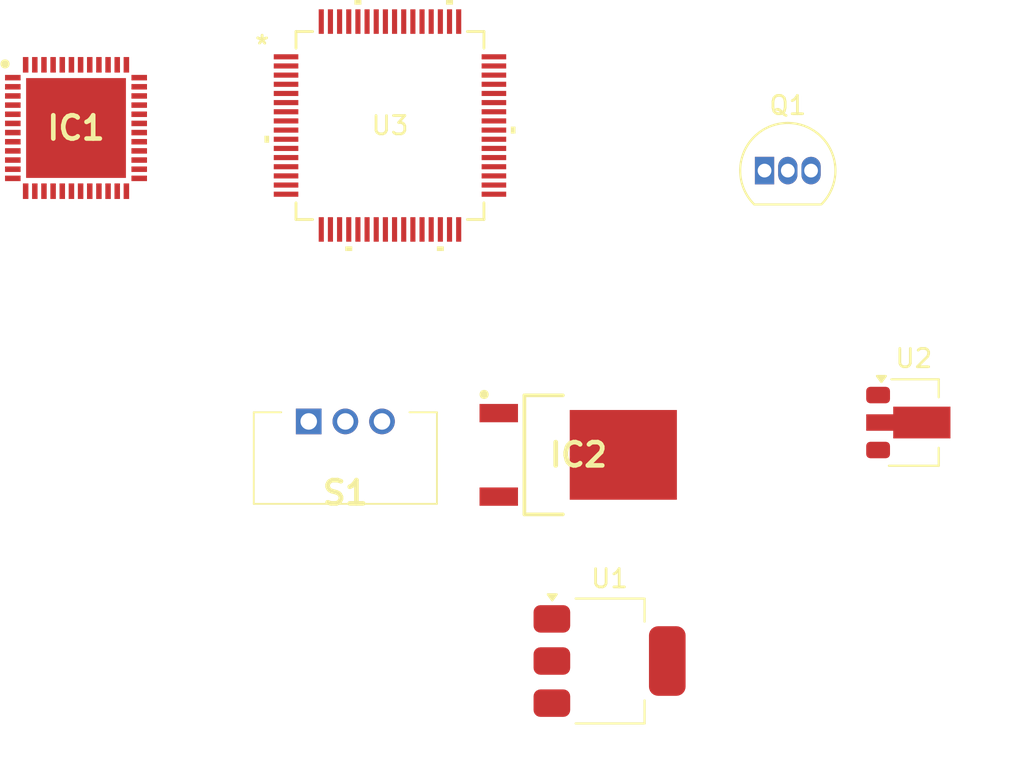
<source format=kicad_pcb>
(kicad_pcb (version 20240108) (generator "pcbnew") (generator_version "8.0")
  (layers (0 "F.Cu" signal) (31 "B.Cu" signal) (34 "B.Paste" user) (35 "F.Paste" user) (36 "B.SilkS" user "B.Silkscreen") (37 "F.SilkS" user "F.Silkscreen") (38 "B.Mask" user) (39 "F.Mask" user) (44 "Edge.Cuts" user))
  (net 0 "")
  (net 7 "Net-(IC1-HFXTAL_P)")
  (net 16 "GND")
  (net 17 "SPI_MISO")
  (net 31 "SPI_NSS")
  (net 34 "SPI_SCK")
  (net 44 "Net-(IC1-HFXTAL_N)")
  (net 46 "SPI_MOSI")
  (net 49 "Net-(D3-A)")
  (net 50 "Net-(IC2-VOUT_(TAB))")
  (net 51 "Net-(Q1-C)")
  (net 52 "Net-(Q1-B)")
  (net 53 "Net-(S1-B1_COM)")
  (net 54 "Net-(D4-A)")
  (net 55 "Net-(J6-Pin_1)")
  (net 56 "/PWR switch/V_IN")
  (net 57 "/PWR switch/V_OUT")
  (net 58 "AIN13")
  (net 59 "Net-(U3-PA11_[PA9])")
  (net 60 "Net-(U3-PA12_[PA10])")
  (net 64 "CC1")
  (net 66 "AIN10")
  (net 68 "UART3_TX")
  (net 69 "AIN5")
  (net 71 "AIN7")
  (net 74 "AIN3")
  (net 75 "Net-(U3-PF0-OSC_IN)")
  (net 81 "AIN0")
  (net 87 "UART2_TX")
  (net 89 "AIN11")
  (net 92 "AIN12")
  (net 94 "AIN1")
  (net 97 "CC2")
  (net 99 "AIN9")
  (net 101 "UART3_RX")
  (net 103 "AIN2")
  (net 104 "AIN15")
  (net 106 "Net-(U3-PF1-OSC_OUT)")
  (net 107 "AIN4")
  (net 108 "AIN14")
  (net 109 "UART2_RX")
  (net 112 "Net-(U3-PF2-NRST)")
  (net 113 "AIN8")
  (net 114 "AIN6")
  (footprint "SC12P-AQR:SC12PAQR" (layer "F.Cu") (at 125.115 85.71)
    (property "Reference" "S1" (at 2 3.9 0) (layer "F.SilkS") (effects (font (size 1.27 1.27) (thickness 0.254))))
    (property "Value" "SC12P-AQR" (hide yes))
    (fp_line (start -3 -0.5) (end -3 4.5) (stroke (width 0.1)) (layer "F.SilkS"))
    (fp_line (start -3 4.5) (end 7 4.5) (stroke (width 0.1)) (layer "F.SilkS"))
    (fp_line (start -1.5 -0.5) (end -3 -0.5) (stroke (width 0.1)) (layer "F.SilkS"))
    (fp_line (start 7 -0.5) (end 5.5 -0.5) (stroke (width 0.1)) (layer "F.SilkS"))
    (fp_line (start 7 4.5) (end 7 -0.5) (stroke (width 0.1)) (layer "F.SilkS"))
    (pad "" np_thru_hole circle (at -2 2.35) (size 1.3 1.3) (drill 1.3) (layers "*.Cu" "*.Mask"))
    (pad "" np_thru_hole circle (at 6 2.35) (size 1.3 1.3) (drill 1.3) (layers "*.Cu" "*.Mask"))
    (pad "A1" thru_hole rect (at 0 0) (size 1.4 1.4) (drill 0.9) (layers "*.Cu" "*.Mask") (net 54 "Net-(D4-A)"))
    (pad "B1" thru_hole circle (at 2 0) (size 1.4 1.4) (drill 0.9) (layers "*.Cu" "*.Mask") (net 53 "Net-(S1-B1_COM)"))
    (pad "C1" thru_hole circle (at 4 0) (size 1.4 1.4) (drill 0.9) (layers "*.Cu" "*.Mask") (net 49 "Net-(D3-A)"))
  )
  (footprint "EFR32BG13P732F512GM48-D:QFN50P700X700X90-49N-D" (layer "F.Cu") (at 112.41 69.69)
    (property "Reference" "IC1" (at 0 0 0) (layer "F.SilkS") (effects (font (size 1.27 1.27) (thickness 0.254))))
    (property "Value" "EFR32BG13P732F512GM48-D" (hide yes))
    (fp_circle (center -3.875 -3.5) (end -3.875 -3.375) (stroke (width 0.25)) (fill none) (layer "F.SilkS"))
    (pad "1" smd rect (at -3.45 -2.75 90) (size 0.3 0.85) (layers "F.Cu" "F.Paste" "F.Mask"))
    (pad "2" smd rect (at -3.45 -2.25 90) (size 0.3 0.85) (layers "F.Cu" "F.Paste" "F.Mask"))
    (pad "3" smd rect (at -3.45 -1.75 90) (size 0.3 0.85) (layers "F.Cu" "F.Paste" "F.Mask"))
    (pad "4" smd rect (at -3.45 -1.25 90) (size 0.3 0.85) (layers "F.Cu" "F.Paste" "F.Mask"))
    (pad "5" smd rect (at -3.45 -0.75 90) (size 0.3 0.85) (layers "F.Cu" "F.Paste" "F.Mask"))
    (pad "6" smd rect (at -3.45 -0.25 90) (size 0.3 0.85) (layers "F.Cu" "F.Paste" "F.Mask"))
    (pad "7" smd rect (at -3.45 0.25 90) (size 0.3 0.85) (layers "F.Cu" "F.Paste" "F.Mask"))
    (pad "8" smd rect (at -3.45 0.75 90) (size 0.3 0.85) (layers "F.Cu" "F.Paste" "F.Mask"))
    (pad "9" smd rect (at -3.45 1.25 90) (size 0.3 0.85) (layers "F.Cu" "F.Paste" "F.Mask"))
    (pad "10" smd rect (at -3.45 1.75 90) (size 0.3 0.85) (layers "F.Cu" "F.Paste" "F.Mask") (net 44 "Net-(IC1-HFXTAL_N)"))
    (pad "11" smd rect (at -3.45 2.25 90) (size 0.3 0.85) (layers "F.Cu" "F.Paste" "F.Mask") (net 7 "Net-(IC1-HFXTAL_P)"))
    (pad "12" smd rect (at -3.45 2.75 90) (size 0.3 0.85) (layers "F.Cu" "F.Paste" "F.Mask"))
    (pad "13" smd rect (at -2.75 3.45) (size 0.3 0.85) (layers "F.Cu" "F.Paste" "F.Mask"))
    (pad "14" smd rect (at -2.25 3.45) (size 0.3 0.85) (layers "F.Cu" "F.Paste" "F.Mask"))
    (pad "15" smd rect (at -1.75 3.45) (size 0.3 0.85) (layers "F.Cu" "F.Paste" "F.Mask"))
    (pad "16" smd rect (at -1.25 3.45) (size 0.3 0.85) (layers "F.Cu" "F.Paste" "F.Mask"))
    (pad "17" smd rect (at -0.75 3.45) (size 0.3 0.85) (layers "F.Cu" "F.Paste" "F.Mask"))
    (pad "18" smd rect (at -0.25 3.45) (size 0.3 0.85) (layers "F.Cu" "F.Paste" "F.Mask"))
    (pad "19" smd rect (at 0.25 3.45) (size 0.3 0.85) (layers "F.Cu" "F.Paste" "F.Mask"))
    (pad "20" smd rect (at 0.75 3.45) (size 0.3 0.85) (layers "F.Cu" "F.Paste" "F.Mask"))
    (pad "21" smd rect (at 1.25 3.45) (size 0.3 0.85) (layers "F.Cu" "F.Paste" "F.Mask"))
    (pad "22" smd rect (at 1.75 3.45) (size 0.3 0.85) (layers "F.Cu" "F.Paste" "F.Mask"))
    (pad "23" smd rect (at 2.25 3.45) (size 0.3 0.85) (layers "F.Cu" "F.Paste" "F.Mask"))
    (pad "24" smd rect (at 2.75 3.45) (size 0.3 0.85) (layers "F.Cu" "F.Paste" "F.Mask"))
    (pad "25" smd rect (at 3.45 2.75 90) (size 0.3 0.85) (layers "F.Cu" "F.Paste" "F.Mask") (net 17 "SPI_MISO"))
    (pad "26" smd rect (at 3.45 2.25 90) (size 0.3 0.85) (layers "F.Cu" "F.Paste" "F.Mask") (net 46 "SPI_MOSI"))
    (pad "27" smd rect (at 3.45 1.75 90) (size 0.3 0.85) (layers "F.Cu" "F.Paste" "F.Mask") (net 34 "SPI_SCK"))
    (pad "28" smd rect (at 3.45 1.25 90) (size 0.3 0.85) (layers "F.Cu" "F.Paste" "F.Mask") (net 31 "SPI_NSS"))
    (pad "29" smd rect (at 3.45 0.75 90) (size 0.3 0.85) (layers "F.Cu" "F.Paste" "F.Mask"))
    (pad "30" smd rect (at 3.45 0.25 90) (size 0.3 0.85) (layers "F.Cu" "F.Paste" "F.Mask"))
    (pad "31" smd rect (at 3.45 -0.25 90) (size 0.3 0.85) (layers "F.Cu" "F.Paste" "F.Mask"))
    (pad "32" smd rect (at 3.45 -0.75 90) (size 0.3 0.85) (layers "F.Cu" "F.Paste" "F.Mask"))
    (pad "33" smd rect (at 3.45 -1.25 90) (size 0.3 0.85) (layers "F.Cu" "F.Paste" "F.Mask"))
    (pad "34" smd rect (at 3.45 -1.75 90) (size 0.3 0.85) (layers "F.Cu" "F.Paste" "F.Mask"))
    (pad "35" smd rect (at 3.45 -2.25 90) (size 0.3 0.85) (layers "F.Cu" "F.Paste" "F.Mask"))
    (pad "36" smd rect (at 3.45 -2.75 90) (size 0.3 0.85) (layers "F.Cu" "F.Paste" "F.Mask"))
    (pad "37" smd rect (at 2.75 -3.45) (size 0.3 0.85) (layers "F.Cu" "F.Paste" "F.Mask"))
    (pad "38" smd rect (at 2.25 -3.45) (size 0.3 0.85) (layers "F.Cu" "F.Paste" "F.Mask"))
    (pad "39" smd rect (at 1.75 -3.45) (size 0.3 0.85) (layers "F.Cu" "F.Paste" "F.Mask") (net 49 "Net-(D3-A)"))
    (pad "40" smd rect (at 1.25 -3.45) (size 0.3 0.85) (layers "F.Cu" "F.Paste" "F.Mask"))
    (pad "41" smd rect (at 0.75 -3.45) (size 0.3 0.85) (layers "F.Cu" "F.Paste" "F.Mask"))
    (pad "42" smd rect (at 0.25 -3.45) (size 0.3 0.85) (layers "F.Cu" "F.Paste" "F.Mask"))
    (pad "43" smd rect (at -0.25 -3.45) (size 0.3 0.85) (layers "F.Cu" "F.Paste" "F.Mask"))
    (pad "44" smd rect (at -0.75 -3.45) (size 0.3 0.85) (layers "F.Cu" "F.Paste" "F.Mask"))
    (pad "45" smd rect (at -1.25 -3.45) (size 0.3 0.85) (layers "F.Cu" "F.Paste" "F.Mask"))
    (pad "46" smd rect (at -1.75 -3.45) (size 0.3 0.85) (layers "F.Cu" "F.Paste" "F.Mask"))
    (pad "47" smd rect (at -2.25 -3.45) (size 0.3 0.85) (layers "F.Cu" "F.Paste" "F.Mask"))
    (pad "48" smd rect (at -2.75 -3.45) (size 0.3 0.85) (layers "F.Cu" "F.Paste" "F.Mask"))
    (pad "49" smd rect (at 0 0) (size 5.45 5.45) (layers "F.Cu" "F.Paste" "F.Mask") (net 16 "GND"))
  )
  (footprint "Package_TO_SOT_THT:TO-92_Inline" (layer "F.Cu") (at 150 72.015)
    (property "Reference" "Q1" (at 1.27 -3.56 0) (layer "F.SilkS"))
    (property "Value" "2N3904")
    (fp_line (start -0.53 1.85) (end 3.07 1.85) (stroke (width 0.12)) (layer "F.SilkS"))
    (fp_arc (start -0.568478 1.838478) (mid -1.132087 -0.994977) (end 1.27 -2.6) (stroke (width 0.12)) (layer "F.SilkS"))
    (fp_arc (start 1.27 -2.6) (mid 3.672087 -0.994977) (end 3.108478 1.838478) (stroke (width 0.12)) (layer "F.SilkS"))
    (pad "1" thru_hole rect (at 0 0) (size 1.05 1.5) (drill 0.75) (layers "*.Cu" "*.Mask") (net 16 "GND"))
    (pad "2" thru_hole oval (at 1.27 0) (size 1.05 1.5) (drill 0.75) (layers "*.Cu" "*.Mask") (net 52 "Net-(Q1-B)"))
    (pad "3" thru_hole oval (at 2.54 0) (size 1.05 1.5) (drill 0.75) (layers "*.Cu" "*.Mask") (net 51 "Net-(Q1-C)"))
  )
  (footprint "Package_TO_SOT_SMD:SOT-89-3" (layer "F.Cu") (at 158.15 85.77)
    (property "Reference" "U2" (at 0 -3.5 0) (layer "F.SilkS"))
    (property "Value" "NDP6802SF-33")
    (fp_line (start -1.22 -2.36) (end 1.36 -2.36) (stroke (width 0.12)) (layer "F.SilkS"))
    (fp_line (start 1.36 -1.38) (end 1.36 -2.36) (stroke (width 0.12)) (layer "F.SilkS"))
    (fp_line (start 1.36 1.38) (end 1.36 2.36) (stroke (width 0.12)) (layer "F.SilkS"))
    (fp_line (start 1.36 2.36) (end -1.36 2.36) (stroke (width 0.12)) (layer "F.SilkS"))
    (fp_poly (pts (xy -1.77 -2.21) (xy -2.01 -2.54) (xy -1.53 -2.54) (xy -1.77 -2.21)) (stroke (width 0.12)) (fill solid) (layer "F.SilkS"))
    (pad "1" smd roundrect (at -1.95 -1.5) (size 1.3 0.9) (layers "F.Cu" "F.Paste" "F.Mask") (net 57 "/PWR switch/V_OUT"))
    (pad "2" smd custom (at -1.8625 0) (size 1.475 0.9) (layers "F.Cu" "F.Paste" "F.Mask") (net 51 "Net-(Q1-C)") (options (clearance outline) (anchor rect)) (primitives (gr_poly (pts (xy 3.8625 0.8665) (xy 0.7375 0.8665) (xy 0.7375 -0.8665) (xy 3.8625 -0.8665)) (width 0) (fill yes))))
    (pad "3" smd roundrect (at -1.95 1.5) (size 1.3 0.9) (layers "F.Cu" "F.Paste" "F.Mask") (net 56 "/PWR switch/V_IN"))
  )
  (footprint "STM32G0B1RET6:LQFP_0B1RET6_STM" (layer "F.Cu") (at 129.550819 69.554101)
    (property "Reference" "U3" (at 0 0 0) (layer "F.SilkS"))
    (property "Value" "STM32G0B1RET6")
    (fp_line (start -5.1308 -5.1308) (end -5.1308 -4.223385) (stroke (width 0.1524)) (layer "F.SilkS"))
    (fp_line (start -5.1308 4.223385) (end -5.1308 5.1308) (stroke (width 0.1524)) (layer "F.SilkS"))
    (fp_line (start -5.1308 5.1308) (end -4.223385 5.1308) (stroke (width 0.1524)) (layer "F.SilkS"))
    (fp_line (start -4.223385 -5.1308) (end -5.1308 -5.1308) (stroke (width 0.1524)) (layer "F.SilkS"))
    (fp_line (start 4.223385 5.1308) (end 5.1308 5.1308) (stroke (width 0.1524)) (layer "F.SilkS"))
    (fp_line (start 5.1308 -5.1308) (end 4.223385 -5.1308) (stroke (width 0.1524)) (layer "F.SilkS"))
    (fp_line (start 5.1308 -4.223385) (end 5.1308 -5.1308) (stroke (width 0.1524)) (layer "F.SilkS"))
    (fp_line (start 5.1308 5.1308) (end 5.1308 4.223385) (stroke (width 0.1524)) (layer "F.SilkS"))
    (fp_poly (pts (xy -6.852399 0.559689) (xy -6.852399 0.940689) (xy -6.598399 0.940689) (xy -6.598399 0.559689)) (fill solid) (layer "F.SilkS"))
    (fp_poly (pts (xy -2.441067 6.598399) (xy -2.441067 6.852399) (xy -2.060067 6.852399) (xy -2.060067 6.598399)) (fill solid) (layer "F.SilkS"))
    (fp_poly (pts (xy -1.940941 -6.598399) (xy -1.940941 -6.852399) (xy -1.559941 -6.852399) (xy -1.559941 -6.598399)) (fill solid) (layer "F.SilkS"))
    (fp_poly (pts (xy 2.560193 6.598399) (xy 2.560193 6.852399) (xy 2.941193 6.852399) (xy 2.941193 6.598399)) (fill solid) (layer "F.SilkS"))
    (fp_poly (pts (xy 3.060319 -6.598399) (xy 3.060319 -6.852399) (xy 3.441319 -6.852399) (xy 3.441319 -6.598399)) (fill solid) (layer "F.SilkS"))
    (fp_poly (pts (xy 6.852399 0.059563) (xy 6.852399 0.440563) (xy 6.598399 0.440563) (xy 6.598399 0.059563)) (fill solid) (layer "F.SilkS"))
    (fp_text user "*" (at -6.9794 -4.382008 0) (layer "F.SilkS"))
    (fp_text user "*" (at -6.9794 -4.382008 0) (layer "F.SilkS"))
    (pad "1" smd rect (at -5.674101 -3.750945 90) (size 0.2794 1.340599) (layers "F.Cu" "F.Paste" "F.Mask") (net 101 "UART3_RX"))
    (pad "2" smd rect (at -5.674101 -3.250819 90) (size 0.2794 1.340599) (layers "F.Cu" "F.Paste" "F.Mask"))
    (pad "3" smd rect (at -5.674101 -2.750693 90) (size 0.2794 1.340599) (layers "F.Cu" "F.Paste" "F.Mask"))
    (pad "4" smd rect (at -5.674101 -2.250567 90) (size 0.2794 1.340599) (layers "F.Cu" "F.Paste" "F.Mask"))
    (pad "5" smd rect (at -5.674101 -1.750441 90) (size 0.2794 1.340599) (layers "F.Cu" "F.Paste" "F.Mask"))
    (pad "6" smd rect (at -5.674101 -1.250315 90) (size 0.2794 1.340599) (layers "F.Cu" "F.Paste" "F.Mask"))
    (pad "7" smd rect (at -5.674101 -0.750189 90) (size 0.2794 1.340599) (layers "F.Cu" "F.Paste" "F.Mask"))
    (pad "8" smd rect (at -5.674101 -0.250063 90) (size 0.2794 1.340599) (layers "F.Cu" "F.Paste" "F.Mask") (net 49 "Net-(D3-A)"))
    (pad "9" smd rect (at -5.674101 0.250063 90) (size 0.2794 1.340599) (layers "F.Cu" "F.Paste" "F.Mask") (net 16 "GND"))
    (pad "10" smd rect (at -5.674101 0.750189 90) (size 0.2794 1.340599) (layers "F.Cu" "F.Paste" "F.Mask") (net 75 "Net-(U3-PF0-OSC_IN)"))
    (pad "11" smd rect (at -5.674101 1.250315 90) (size 0.2794 1.340599) (layers "F.Cu" "F.Paste" "F.Mask") (net 106 "Net-(U3-PF1-OSC_OUT)"))
    (pad "12" smd rect (at -5.674101 1.750441 90) (size 0.2794 1.340599) (layers "F.Cu" "F.Paste" "F.Mask") (net 112 "Net-(U3-PF2-NRST)"))
    (pad "13" smd rect (at -5.674101 2.250567 90) (size 0.2794 1.340599) (layers "F.Cu" "F.Paste" "F.Mask"))
    (pad "14" smd rect (at -5.674101 2.750693 90) (size 0.2794 1.340599) (layers "F.Cu" "F.Paste" "F.Mask"))
    (pad "15" smd rect (at -5.674101 3.250819 90) (size 0.2794 1.340599) (layers "F.Cu" "F.Paste" "F.Mask"))
    (pad "16" smd rect (at -5.674101 3.750945 90) (size 0.2794 1.340599) (layers "F.Cu" "F.Paste" "F.Mask"))
    (pad "17" smd rect (at -3.750945 5.674101) (size 0.2794 1.340599) (layers "F.Cu" "F.Paste" "F.Mask") (net 81 "AIN0"))
    (pad "18" smd rect (at -3.250819 5.674101) (size 0.2794 1.340599) (layers "F.Cu" "F.Paste" "F.Mask") (net 94 "AIN1"))
    (pad "19" smd rect (at -2.750693 5.674101) (size 0.2794 1.340599) (layers "F.Cu" "F.Paste" "F.Mask") (net 103 "AIN2"))
    (pad "20" smd rect (at -2.250567 5.674101) (size 0.2794 1.340599) (layers "F.Cu" "F.Paste" "F.Mask") (net 74 "AIN3"))
    (pad "21" smd rect (at -1.750441 5.674101) (size 0.2794 1.340599) (layers "F.Cu" "F.Paste" "F.Mask") (net 107 "AIN4"))
    (pad "22" smd rect (at -1.250315 5.674101) (size 0.2794 1.340599) (layers "F.Cu" "F.Paste" "F.Mask") (net 69 "AIN5"))
    (pad "23" smd rect (at -0.750189 5.674101) (size 0.2794 1.340599) (layers "F.Cu" "F.Paste" "F.Mask") (net 114 "AIN6"))
    (pad "24" smd rect (at -0.250063 5.674101) (size 0.2794 1.340599) (layers "F.Cu" "F.Paste" "F.Mask") (net 71 "AIN7"))
    (pad "25" smd rect (at 0.250063 5.674101) (size 0.2794 1.340599) (layers "F.Cu" "F.Paste" "F.Mask") (net 113 "AIN8"))
    (pad "26" smd rect (at 0.750189 5.674101) (size 0.2794 1.340599) (layers "F.Cu" "F.Paste" "F.Mask") (net 99 "AIN9"))
    (pad "27" smd rect (at 1.250315 5.674101) (size 0.2794 1.340599) (layers "F.Cu" "F.Paste" "F.Mask") (net 66 "AIN10"))
    (pad "28" smd rect (at 1.750441 5.674101) (size 0.2794 1.340599) (layers "F.Cu" "F.Paste" "F.Mask") (net 89 "AIN11"))
    (pad "29" smd rect (at 2.250567 5.674101) (size 0.2794 1.340599) (layers "F.Cu" "F.Paste" "F.Mask") (net 92 "AIN12"))
    (pad "30" smd rect (at 2.750693 5.674101) (size 0.2794 1.340599) (layers "F.Cu" "F.Paste" "F.Mask") (net 58 "AIN13"))
    (pad "31" smd rect (at 3.250819 5.674101) (size 0.2794 1.340599) (layers "F.Cu" "F.Paste" "F.Mask") (net 108 "AIN14"))
    (pad "32" smd rect (at 3.750945 5.674101) (size 0.2794 1.340599) (layers "F.Cu" "F.Paste" "F.Mask") (net 104 "AIN15"))
    (pad "33" smd rect (at 5.674101 3.750945 90) (size 0.2794 1.340599) (layers "F.Cu" "F.Paste" "F.Mask"))
    (pad "34" smd rect (at 5.674101 3.250819 90) (size 0.2794 1.340599) (layers "F.Cu" "F.Paste" "F.Mask"))
    (pad "35" smd rect (at 5.674101 2.750693 90) (size 0.2794 1.340599) (layers "F.Cu" "F.Paste" "F.Mask"))
    (pad "36" smd rect (at 5.674101 2.250567 90) (size 0.2794 1.340599) (layers "F.Cu" "F.Paste" "F.Mask"))
    (pad "37" smd rect (at 5.674101 1.750441 90) (size 0.2794 1.340599) (layers "F.Cu" "F.Paste" "F.Mask"))
    (pad "38" smd rect (at 5.674101 1.250315 90) (size 0.2794 1.340599) (layers "F.Cu" "F.Paste" "F.Mask"))
    (pad "39" smd rect (at 5.674101 0.750189 90) (size 0.2794 1.340599) (layers "F.Cu" "F.Paste" "F.Mask"))
    (pad "40" smd rect (at 5.674101 0.250063 90) (size 0.2794 1.340599) (layers "F.Cu" "F.Paste" "F.Mask"))
    (pad "41" smd rect (at 5.674101 -0.250063 90) (size 0.2794 1.340599) (layers "F.Cu" "F.Paste" "F.Mask"))
    (pad "42" smd rect (at 5.674101 -0.750189 90) (size 0.2794 1.340599) (layers "F.Cu" "F.Paste" "F.Mask"))
    (pad "43" smd rect (at 5.674101 -1.250315 90) (size 0.2794 1.340599) (layers "F.Cu" "F.Paste" "F.Mask") (net 59 "Net-(U3-PA11_[PA9])"))
    (pad "44" smd rect (at 5.674101 -1.750441 90) (size 0.2794 1.340599) (layers "F.Cu" "F.Paste" "F.Mask") (net 60 "Net-(U3-PA12_[PA10])"))
    (pad "45" smd rect (at 5.674101 -2.250567 90) (size 0.2794 1.340599) (layers "F.Cu" "F.Paste" "F.Mask"))
    (pad "46" smd rect (at 5.674101 -2.750693 90) (size 0.2794 1.340599) (layers "F.Cu" "F.Paste" "F.Mask"))
    (pad "47" smd rect (at 5.674101 -3.250819 90) (size 0.2794 1.340599) (layers "F.Cu" "F.Paste" "F.Mask"))
    (pad "48" smd rect (at 5.674101 -3.750945 90) (size 0.2794 1.340599) (layers "F.Cu" "F.Paste" "F.Mask"))
    (pad "49" smd rect (at 3.750945 -5.674101) (size 0.2794 1.340599) (layers "F.Cu" "F.Paste" "F.Mask"))
    (pad "50" smd rect (at 3.250819 -5.674101) (size 0.2794 1.340599) (layers "F.Cu" "F.Paste" "F.Mask") (net 64 "CC1"))
    (pad "51" smd rect (at 2.750693 -5.674101) (size 0.2794 1.340599) (layers "F.Cu" "F.Paste" "F.Mask"))
    (pad "52" smd rect (at 2.250567 -5.674101) (size 0.2794 1.340599) (layers "F.Cu" "F.Paste" "F.Mask") (net 97 "CC2"))
    (pad "53" smd rect (at 1.750441 -5.674101) (size 0.2794 1.340599) (layers "F.Cu" "F.Paste" "F.Mask"))
    (pad "54" smd rect (at 1.250315 -5.674101) (size 0.2794 1.340599) (layers "F.Cu" "F.Paste" "F.Mask"))
    (pad "55" smd rect (at 0.750189 -5.674101) (size 0.2794 1.340599) (layers "F.Cu" "F.Paste" "F.Mask") (net 87 "UART2_TX"))
    (pad "56" smd rect (at 0.250063 -5.674101) (size 0.2794 1.340599) (layers "F.Cu" "F.Paste" "F.Mask") (net 109 "UART2_RX"))
    (pad "57" smd rect (at -0.250063 -5.674101) (size 0.2794 1.340599) (layers "F.Cu" "F.Paste" "F.Mask"))
    (pad "58" smd rect (at -0.750189 -5.674101) (size 0.2794 1.340599) (layers "F.Cu" "F.Paste" "F.Mask"))
    (pad "59" smd rect (at -1.250315 -5.674101) (size 0.2794 1.340599) (layers "F.Cu" "F.Paste" "F.Mask"))
    (pad "60" smd rect (at -1.750441 -5.674101) (size 0.2794 1.340599) (layers "F.Cu" "F.Paste" "F.Mask") (net 17 "SPI_MISO"))
    (pad "61" smd rect (at -2.250567 -5.674101) (size 0.2794 1.340599) (layers "F.Cu" "F.Paste" "F.Mask") (net 46 "SPI_MOSI"))
    (pad "62" smd rect (at -2.750693 -5.674101) (size 0.2794 1.340599) (layers "F.Cu" "F.Paste" "F.Mask") (net 34 "SPI_SCK"))
    (pad "63" smd rect (at -3.250819 -5.674101) (size 0.2794 1.340599) (layers "F.Cu" "F.Paste" "F.Mask") (net 31 "SPI_NSS"))
    (pad "64" smd rect (at -3.750945 -5.674101) (size 0.2794 1.340599) (layers "F.Cu" "F.Paste" "F.Mask") (net 68 "UART3_TX"))
  )
  (footprint "Package_TO_SOT_SMD:SOT-223-3_TabPin2" (layer "F.Cu") (at 141.54 98.79)
    (property "Reference" "U1" (at 0 -4.5 0) (layer "F.SilkS"))
    (property "Value" "LD1117S33TR_SOT223")
    (fp_line (start -1.85 -3.41) (end 1.91 -3.41) (stroke (width 0.12)) (layer "F.SilkS"))
    (fp_line (start -1.85 3.41) (end 1.91 3.41) (stroke (width 0.12)) (layer "F.SilkS"))
    (fp_line (start 1.91 -3.41) (end 1.91 -2.15) (stroke (width 0.12)) (layer "F.SilkS"))
    (fp_line (start 1.91 3.41) (end 1.91 2.15) (stroke (width 0.12)) (layer "F.SilkS"))
    (fp_poly (pts (xy -3.13 -3.31) (xy -3.37 -3.64) (xy -2.89 -3.64) (xy -3.13 -3.31)) (stroke (width 0.12)) (fill solid) (layer "F.SilkS"))
    (pad "1" smd roundrect (at -3.15 -2.3) (size 2 1.5) (layers "F.Cu" "F.Paste" "F.Mask") (net 16 "GND"))
    (pad "2" smd roundrect (at -3.15 0) (size 2 1.5) (layers "F.Cu" "F.Paste" "F.Mask") (net 53 "Net-(S1-B1_COM)"))
    (pad "2" smd roundrect (at 3.15 0) (size 2 3.8) (layers "F.Cu" "F.Paste" "F.Mask") (net 53 "Net-(S1-B1_COM)"))
    (pad "3" smd roundrect (at -3.15 2.3) (size 2 1.5) (layers "F.Cu" "F.Paste" "F.Mask") (net 55 "Net-(J6-Pin_1)"))
  )
  (footprint "LD1117DT18TR:TO228P972X240-3N" (layer "F.Cu") (at 139.84 87.535)
    (property "Reference" "IC2" (at 0 0 0) (layer "F.SilkS") (effects (font (size 1.27 1.27) (thickness 0.254))))
    (property "Value" "LD1117DT18TR" (hide yes))
    (fp_line (start -2.95 -3.25) (end -0.85 -3.25) (stroke (width 0.2)) (layer "F.SilkS"))
    (fp_line (start -2.95 3.25) (end -2.95 -3.25) (stroke (width 0.2)) (layer "F.SilkS"))
    (fp_line (start -0.85 3.25) (end -2.95 3.25) (stroke (width 0.2)) (layer "F.SilkS"))
    (fp_circle (center -5.15 -3.3) (end -5.15 -3.175) (stroke (width 0.25)) (fill none) (layer "F.SilkS"))
    (pad "1" smd rect (at -4.35 -2.28 90) (size 1 2.1) (layers "F.Cu" "F.Paste" "F.Mask") (net 16 "GND"))
    (pad "3" smd rect (at -4.35 2.28 90) (size 1 2.1) (layers "F.Cu" "F.Paste" "F.Mask") (net 49 "Net-(D3-A)"))
    (pad "4" smd rect (at 2.45 0 90) (size 4.9 5.85) (layers "F.Cu" "F.Paste" "F.Mask") (net 50 "Net-(IC2-VOUT_(TAB))"))
  )
)
</source>
